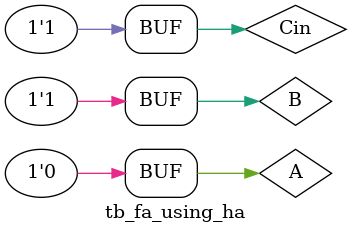
<source format=v>
module tb_fa_using_ha();
    reg A, B, Cin;
    wire S, Cout;

    fa_using_ha UUT(.a(A), .b(B), .cin(Cin), .sum(S), .cout(Cout));

    initial begin
        $dumpfile("simulation/tb_fa_using_ha.vcd");
        $dumpvars(0, tb_fa_using_ha);
    end  

    initial begin
        A = 1'b0; B = 1'b0; Cin = 1'b0;
        #10;

        B = 1'b1;
        #10;

        Cin = 1'b1;
        #10;
    end

    initial begin
        $monitor($time, " units  Sum = %b, Cout = %b", S, Cout);
    end
endmodule

</source>
